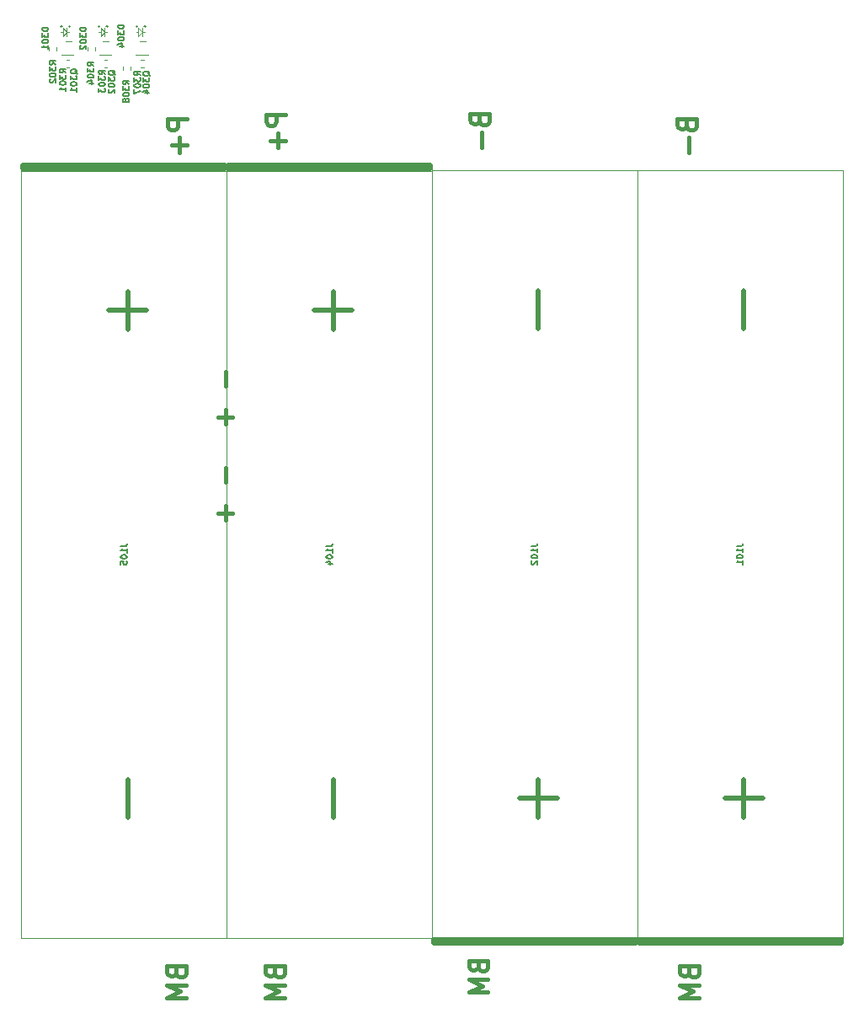
<source format=gbo>
%TF.GenerationSoftware,KiCad,Pcbnew,(6.0.4)*%
%TF.CreationDate,2022-04-12T12:42:18-04:00*%
%TF.ProjectId,batteryboard,62617474-6572-4796-926f-6172642e6b69,rev?*%
%TF.SameCoordinates,Original*%
%TF.FileFunction,Legend,Bot*%
%TF.FilePolarity,Positive*%
%FSLAX46Y46*%
G04 Gerber Fmt 4.6, Leading zero omitted, Abs format (unit mm)*
G04 Created by KiCad (PCBNEW (6.0.4)) date 2022-04-12 12:42:18*
%MOMM*%
%LPD*%
G01*
G04 APERTURE LIST*
%ADD10C,0.381000*%
%ADD11C,0.127000*%
%ADD12C,0.500000*%
%ADD13C,0.100000*%
%ADD14C,0.060000*%
%ADD15C,0.120000*%
G04 APERTURE END LIST*
D10*
X102924428Y-137477500D02*
X103015142Y-137749642D01*
X103105857Y-137840357D01*
X103287285Y-137931071D01*
X103559428Y-137931071D01*
X103740857Y-137840357D01*
X103831571Y-137749642D01*
X103922285Y-137568214D01*
X103922285Y-136842500D01*
X102017285Y-136842500D01*
X102017285Y-137477500D01*
X102108000Y-137658928D01*
X102198714Y-137749642D01*
X102380142Y-137840357D01*
X102561571Y-137840357D01*
X102743000Y-137749642D01*
X102833714Y-137658928D01*
X102924428Y-137477500D01*
X102924428Y-136842500D01*
X103922285Y-138747500D02*
X102017285Y-138747500D01*
X103378000Y-139382500D01*
X102017285Y-140017500D01*
X103922285Y-140017500D01*
X82477428Y-138049000D02*
X82568142Y-138321142D01*
X82658857Y-138411857D01*
X82840285Y-138502571D01*
X83112428Y-138502571D01*
X83293857Y-138411857D01*
X83384571Y-138321142D01*
X83475285Y-138139714D01*
X83475285Y-137414000D01*
X81570285Y-137414000D01*
X81570285Y-138049000D01*
X81661000Y-138230428D01*
X81751714Y-138321142D01*
X81933142Y-138411857D01*
X82114571Y-138411857D01*
X82296000Y-138321142D01*
X82386714Y-138230428D01*
X82477428Y-138049000D01*
X82477428Y-137414000D01*
X83475285Y-139319000D02*
X81570285Y-139319000D01*
X82931000Y-139954000D01*
X81570285Y-140589000D01*
X83475285Y-140589000D01*
X72571428Y-138049000D02*
X72662142Y-138321142D01*
X72752857Y-138411857D01*
X72934285Y-138502571D01*
X73206428Y-138502571D01*
X73387857Y-138411857D01*
X73478571Y-138321142D01*
X73569285Y-138139714D01*
X73569285Y-137414000D01*
X71664285Y-137414000D01*
X71664285Y-138049000D01*
X71755000Y-138230428D01*
X71845714Y-138321142D01*
X72027142Y-138411857D01*
X72208571Y-138411857D01*
X72390000Y-138321142D01*
X72480714Y-138230428D01*
X72571428Y-138049000D01*
X72571428Y-137414000D01*
X73569285Y-139319000D02*
X71664285Y-139319000D01*
X73025000Y-139954000D01*
X71664285Y-140589000D01*
X73569285Y-140589000D01*
X124133428Y-138049000D02*
X124224142Y-138321142D01*
X124314857Y-138411857D01*
X124496285Y-138502571D01*
X124768428Y-138502571D01*
X124949857Y-138411857D01*
X125040571Y-138321142D01*
X125131285Y-138139714D01*
X125131285Y-137414000D01*
X123226285Y-137414000D01*
X123226285Y-138049000D01*
X123317000Y-138230428D01*
X123407714Y-138321142D01*
X123589142Y-138411857D01*
X123770571Y-138411857D01*
X123952000Y-138321142D01*
X124042714Y-138230428D01*
X124133428Y-138049000D01*
X124133428Y-137414000D01*
X125131285Y-139319000D02*
X123226285Y-139319000D01*
X124587000Y-139954000D01*
X123226285Y-140589000D01*
X125131285Y-140589000D01*
X123879428Y-52931785D02*
X123970142Y-53203928D01*
X124060857Y-53294642D01*
X124242285Y-53385357D01*
X124514428Y-53385357D01*
X124695857Y-53294642D01*
X124786571Y-53203928D01*
X124877285Y-53022500D01*
X124877285Y-52296785D01*
X122972285Y-52296785D01*
X122972285Y-52931785D01*
X123063000Y-53113214D01*
X123153714Y-53203928D01*
X123335142Y-53294642D01*
X123516571Y-53294642D01*
X123698000Y-53203928D01*
X123788714Y-53113214D01*
X123879428Y-52931785D01*
X123879428Y-52296785D01*
X124151571Y-54201785D02*
X124151571Y-55653214D01*
X103051428Y-52423785D02*
X103142142Y-52695928D01*
X103232857Y-52786642D01*
X103414285Y-52877357D01*
X103686428Y-52877357D01*
X103867857Y-52786642D01*
X103958571Y-52695928D01*
X104049285Y-52514500D01*
X104049285Y-51788785D01*
X102144285Y-51788785D01*
X102144285Y-52423785D01*
X102235000Y-52605214D01*
X102325714Y-52695928D01*
X102507142Y-52786642D01*
X102688571Y-52786642D01*
X102870000Y-52695928D01*
X102960714Y-52605214D01*
X103051428Y-52423785D01*
X103051428Y-51788785D01*
X103323571Y-53693785D02*
X103323571Y-55145214D01*
X83538785Y-51852285D02*
X81633785Y-51852285D01*
X81633785Y-52578000D01*
X81724500Y-52759428D01*
X81815214Y-52850142D01*
X81996642Y-52940857D01*
X82268785Y-52940857D01*
X82450214Y-52850142D01*
X82540928Y-52759428D01*
X82631642Y-52578000D01*
X82631642Y-51852285D01*
X82813071Y-53757285D02*
X82813071Y-55208714D01*
X83538785Y-54483000D02*
X82087357Y-54483000D01*
X73632785Y-52296785D02*
X71727785Y-52296785D01*
X71727785Y-53022500D01*
X71818500Y-53203928D01*
X71909214Y-53294642D01*
X72090642Y-53385357D01*
X72362785Y-53385357D01*
X72544214Y-53294642D01*
X72634928Y-53203928D01*
X72725642Y-53022500D01*
X72725642Y-52296785D01*
X72907071Y-54201785D02*
X72907071Y-55653214D01*
X73632785Y-54927500D02*
X72181357Y-54927500D01*
X77542571Y-77696785D02*
X77542571Y-79148214D01*
X77542571Y-81506785D02*
X77542571Y-82958214D01*
X78268285Y-82232500D02*
X76816857Y-82232500D01*
X77542571Y-87348785D02*
X77542571Y-88800214D01*
X77542571Y-91158785D02*
X77542571Y-92610214D01*
X78268285Y-91884500D02*
X76816857Y-91884500D01*
D11*
X87650561Y-95233671D02*
X88104133Y-95233671D01*
X88194847Y-95203433D01*
X88255323Y-95142957D01*
X88285561Y-95052242D01*
X88285561Y-94991766D01*
X88285561Y-95868671D02*
X88285561Y-95505814D01*
X88285561Y-95687242D02*
X87650561Y-95687242D01*
X87741276Y-95626766D01*
X87801752Y-95566290D01*
X87831990Y-95505814D01*
X87650561Y-96261766D02*
X87650561Y-96322242D01*
X87680800Y-96382719D01*
X87711038Y-96412957D01*
X87771514Y-96443195D01*
X87892466Y-96473433D01*
X88043657Y-96473433D01*
X88164609Y-96443195D01*
X88225085Y-96412957D01*
X88255323Y-96382719D01*
X88285561Y-96322242D01*
X88285561Y-96261766D01*
X88255323Y-96201290D01*
X88225085Y-96171052D01*
X88164609Y-96140814D01*
X88043657Y-96110576D01*
X87892466Y-96110576D01*
X87771514Y-96140814D01*
X87711038Y-96171052D01*
X87680800Y-96201290D01*
X87650561Y-96261766D01*
X87862228Y-97017719D02*
X88285561Y-97017719D01*
X87620323Y-96866528D02*
X88073895Y-96715338D01*
X88073895Y-97108433D01*
D12*
X88355442Y-118670338D02*
X88355442Y-122479861D01*
X88355442Y-69620338D02*
X88355442Y-73429861D01*
X90260204Y-71525100D02*
X86450680Y-71525100D01*
D11*
X128925561Y-95208271D02*
X129379133Y-95208271D01*
X129469847Y-95178033D01*
X129530323Y-95117557D01*
X129560561Y-95026842D01*
X129560561Y-94966366D01*
X129560561Y-95843271D02*
X129560561Y-95480414D01*
X129560561Y-95661842D02*
X128925561Y-95661842D01*
X129016276Y-95601366D01*
X129076752Y-95540890D01*
X129106990Y-95480414D01*
X128925561Y-96236366D02*
X128925561Y-96296842D01*
X128955800Y-96357319D01*
X128986038Y-96387557D01*
X129046514Y-96417795D01*
X129167466Y-96448033D01*
X129318657Y-96448033D01*
X129439609Y-96417795D01*
X129500085Y-96387557D01*
X129530323Y-96357319D01*
X129560561Y-96296842D01*
X129560561Y-96236366D01*
X129530323Y-96175890D01*
X129500085Y-96145652D01*
X129439609Y-96115414D01*
X129318657Y-96085176D01*
X129167466Y-96085176D01*
X129046514Y-96115414D01*
X128986038Y-96145652D01*
X128955800Y-96175890D01*
X128925561Y-96236366D01*
X129560561Y-97052795D02*
X129560561Y-96689938D01*
X129560561Y-96871366D02*
X128925561Y-96871366D01*
X129016276Y-96810890D01*
X129076752Y-96750414D01*
X129106990Y-96689938D01*
D12*
X129630442Y-118644938D02*
X129630442Y-122454461D01*
X131535204Y-120549700D02*
X127725680Y-120549700D01*
X129630442Y-69594938D02*
X129630442Y-73404461D01*
D11*
X108275361Y-95208271D02*
X108728933Y-95208271D01*
X108819647Y-95178033D01*
X108880123Y-95117557D01*
X108910361Y-95026842D01*
X108910361Y-94966366D01*
X108910361Y-95843271D02*
X108910361Y-95480414D01*
X108910361Y-95661842D02*
X108275361Y-95661842D01*
X108366076Y-95601366D01*
X108426552Y-95540890D01*
X108456790Y-95480414D01*
X108275361Y-96236366D02*
X108275361Y-96296842D01*
X108305600Y-96357319D01*
X108335838Y-96387557D01*
X108396314Y-96417795D01*
X108517266Y-96448033D01*
X108668457Y-96448033D01*
X108789409Y-96417795D01*
X108849885Y-96387557D01*
X108880123Y-96357319D01*
X108910361Y-96296842D01*
X108910361Y-96236366D01*
X108880123Y-96175890D01*
X108849885Y-96145652D01*
X108789409Y-96115414D01*
X108668457Y-96085176D01*
X108517266Y-96085176D01*
X108396314Y-96115414D01*
X108335838Y-96145652D01*
X108305600Y-96175890D01*
X108275361Y-96236366D01*
X108335838Y-96689938D02*
X108305600Y-96720176D01*
X108275361Y-96780652D01*
X108275361Y-96931842D01*
X108305600Y-96992319D01*
X108335838Y-97022557D01*
X108396314Y-97052795D01*
X108456790Y-97052795D01*
X108547504Y-97022557D01*
X108910361Y-96659700D01*
X108910361Y-97052795D01*
D12*
X108980242Y-69594938D02*
X108980242Y-73404461D01*
X108980242Y-118644938D02*
X108980242Y-122454461D01*
X110885004Y-120549700D02*
X107075480Y-120549700D01*
D11*
X67000361Y-95233671D02*
X67453933Y-95233671D01*
X67544647Y-95203433D01*
X67605123Y-95142957D01*
X67635361Y-95052242D01*
X67635361Y-94991766D01*
X67635361Y-95868671D02*
X67635361Y-95505814D01*
X67635361Y-95687242D02*
X67000361Y-95687242D01*
X67091076Y-95626766D01*
X67151552Y-95566290D01*
X67181790Y-95505814D01*
X67000361Y-96261766D02*
X67000361Y-96322242D01*
X67030600Y-96382719D01*
X67060838Y-96412957D01*
X67121314Y-96443195D01*
X67242266Y-96473433D01*
X67393457Y-96473433D01*
X67514409Y-96443195D01*
X67574885Y-96412957D01*
X67605123Y-96382719D01*
X67635361Y-96322242D01*
X67635361Y-96261766D01*
X67605123Y-96201290D01*
X67574885Y-96171052D01*
X67514409Y-96140814D01*
X67393457Y-96110576D01*
X67242266Y-96110576D01*
X67121314Y-96140814D01*
X67060838Y-96171052D01*
X67030600Y-96201290D01*
X67000361Y-96261766D01*
X67000361Y-97047957D02*
X67000361Y-96745576D01*
X67302742Y-96715338D01*
X67272504Y-96745576D01*
X67242266Y-96806052D01*
X67242266Y-96957242D01*
X67272504Y-97017719D01*
X67302742Y-97047957D01*
X67363219Y-97078195D01*
X67514409Y-97078195D01*
X67574885Y-97047957D01*
X67605123Y-97017719D01*
X67635361Y-96957242D01*
X67635361Y-96806052D01*
X67605123Y-96745576D01*
X67574885Y-96715338D01*
D12*
X67705242Y-118670338D02*
X67705242Y-122479861D01*
X67705242Y-69620338D02*
X67705242Y-73429861D01*
X69610004Y-71525100D02*
X65800480Y-71525100D01*
D11*
X59723261Y-43122547D02*
X59088261Y-43122547D01*
X59088261Y-43273738D01*
X59118500Y-43364452D01*
X59178976Y-43424928D01*
X59239452Y-43455166D01*
X59360404Y-43485404D01*
X59451119Y-43485404D01*
X59572071Y-43455166D01*
X59632547Y-43424928D01*
X59693023Y-43364452D01*
X59723261Y-43273738D01*
X59723261Y-43122547D01*
X59088261Y-43697071D02*
X59088261Y-44090166D01*
X59330166Y-43878500D01*
X59330166Y-43969214D01*
X59360404Y-44029690D01*
X59390642Y-44059928D01*
X59451119Y-44090166D01*
X59602309Y-44090166D01*
X59662785Y-44059928D01*
X59693023Y-44029690D01*
X59723261Y-43969214D01*
X59723261Y-43787785D01*
X59693023Y-43727309D01*
X59662785Y-43697071D01*
X59088261Y-44483261D02*
X59088261Y-44543738D01*
X59118500Y-44604214D01*
X59148738Y-44634452D01*
X59209214Y-44664690D01*
X59330166Y-44694928D01*
X59481357Y-44694928D01*
X59602309Y-44664690D01*
X59662785Y-44634452D01*
X59693023Y-44604214D01*
X59723261Y-44543738D01*
X59723261Y-44483261D01*
X59693023Y-44422785D01*
X59662785Y-44392547D01*
X59602309Y-44362309D01*
X59481357Y-44332071D01*
X59330166Y-44332071D01*
X59209214Y-44362309D01*
X59148738Y-44392547D01*
X59118500Y-44422785D01*
X59088261Y-44483261D01*
X59723261Y-45299690D02*
X59723261Y-44936833D01*
X59723261Y-45118261D02*
X59088261Y-45118261D01*
X59178976Y-45057785D01*
X59239452Y-44997309D01*
X59269690Y-44936833D01*
X63533261Y-43122547D02*
X62898261Y-43122547D01*
X62898261Y-43273738D01*
X62928500Y-43364452D01*
X62988976Y-43424928D01*
X63049452Y-43455166D01*
X63170404Y-43485404D01*
X63261119Y-43485404D01*
X63382071Y-43455166D01*
X63442547Y-43424928D01*
X63503023Y-43364452D01*
X63533261Y-43273738D01*
X63533261Y-43122547D01*
X62898261Y-43697071D02*
X62898261Y-44090166D01*
X63140166Y-43878500D01*
X63140166Y-43969214D01*
X63170404Y-44029690D01*
X63200642Y-44059928D01*
X63261119Y-44090166D01*
X63412309Y-44090166D01*
X63472785Y-44059928D01*
X63503023Y-44029690D01*
X63533261Y-43969214D01*
X63533261Y-43787785D01*
X63503023Y-43727309D01*
X63472785Y-43697071D01*
X62898261Y-44483261D02*
X62898261Y-44543738D01*
X62928500Y-44604214D01*
X62958738Y-44634452D01*
X63019214Y-44664690D01*
X63140166Y-44694928D01*
X63291357Y-44694928D01*
X63412309Y-44664690D01*
X63472785Y-44634452D01*
X63503023Y-44604214D01*
X63533261Y-44543738D01*
X63533261Y-44483261D01*
X63503023Y-44422785D01*
X63472785Y-44392547D01*
X63412309Y-44362309D01*
X63291357Y-44332071D01*
X63140166Y-44332071D01*
X63019214Y-44362309D01*
X62958738Y-44392547D01*
X62928500Y-44422785D01*
X62898261Y-44483261D01*
X62958738Y-44936833D02*
X62928500Y-44967071D01*
X62898261Y-45027547D01*
X62898261Y-45178738D01*
X62928500Y-45239214D01*
X62958738Y-45269452D01*
X63019214Y-45299690D01*
X63079690Y-45299690D01*
X63170404Y-45269452D01*
X63533261Y-44906595D01*
X63533261Y-45299690D01*
X67343261Y-42868547D02*
X66708261Y-42868547D01*
X66708261Y-43019738D01*
X66738500Y-43110452D01*
X66798976Y-43170928D01*
X66859452Y-43201166D01*
X66980404Y-43231404D01*
X67071119Y-43231404D01*
X67192071Y-43201166D01*
X67252547Y-43170928D01*
X67313023Y-43110452D01*
X67343261Y-43019738D01*
X67343261Y-42868547D01*
X66708261Y-43443071D02*
X66708261Y-43836166D01*
X66950166Y-43624500D01*
X66950166Y-43715214D01*
X66980404Y-43775690D01*
X67010642Y-43805928D01*
X67071119Y-43836166D01*
X67222309Y-43836166D01*
X67282785Y-43805928D01*
X67313023Y-43775690D01*
X67343261Y-43715214D01*
X67343261Y-43533785D01*
X67313023Y-43473309D01*
X67282785Y-43443071D01*
X66708261Y-44229261D02*
X66708261Y-44289738D01*
X66738500Y-44350214D01*
X66768738Y-44380452D01*
X66829214Y-44410690D01*
X66950166Y-44440928D01*
X67101357Y-44440928D01*
X67222309Y-44410690D01*
X67282785Y-44380452D01*
X67313023Y-44350214D01*
X67343261Y-44289738D01*
X67343261Y-44229261D01*
X67313023Y-44168785D01*
X67282785Y-44138547D01*
X67222309Y-44108309D01*
X67101357Y-44078071D01*
X66950166Y-44078071D01*
X66829214Y-44108309D01*
X66768738Y-44138547D01*
X66738500Y-44168785D01*
X66708261Y-44229261D01*
X66919928Y-44985214D02*
X67343261Y-44985214D01*
X66678023Y-44834023D02*
X67131595Y-44682833D01*
X67131595Y-45075928D01*
X62641238Y-47785261D02*
X62611000Y-47724785D01*
X62550523Y-47664309D01*
X62459809Y-47573595D01*
X62429571Y-47513119D01*
X62429571Y-47452642D01*
X62580761Y-47482880D02*
X62550523Y-47422404D01*
X62490047Y-47361928D01*
X62369095Y-47331690D01*
X62157428Y-47331690D01*
X62036476Y-47361928D01*
X61976000Y-47422404D01*
X61945761Y-47482880D01*
X61945761Y-47603833D01*
X61976000Y-47664309D01*
X62036476Y-47724785D01*
X62157428Y-47755023D01*
X62369095Y-47755023D01*
X62490047Y-47724785D01*
X62550523Y-47664309D01*
X62580761Y-47603833D01*
X62580761Y-47482880D01*
X61945761Y-47966690D02*
X61945761Y-48359785D01*
X62187666Y-48148119D01*
X62187666Y-48238833D01*
X62217904Y-48299309D01*
X62248142Y-48329547D01*
X62308619Y-48359785D01*
X62459809Y-48359785D01*
X62520285Y-48329547D01*
X62550523Y-48299309D01*
X62580761Y-48238833D01*
X62580761Y-48057404D01*
X62550523Y-47996928D01*
X62520285Y-47966690D01*
X61945761Y-48752880D02*
X61945761Y-48813357D01*
X61976000Y-48873833D01*
X62006238Y-48904071D01*
X62066714Y-48934309D01*
X62187666Y-48964547D01*
X62338857Y-48964547D01*
X62459809Y-48934309D01*
X62520285Y-48904071D01*
X62550523Y-48873833D01*
X62580761Y-48813357D01*
X62580761Y-48752880D01*
X62550523Y-48692404D01*
X62520285Y-48662166D01*
X62459809Y-48631928D01*
X62338857Y-48601690D01*
X62187666Y-48601690D01*
X62066714Y-48631928D01*
X62006238Y-48662166D01*
X61976000Y-48692404D01*
X61945761Y-48752880D01*
X62580761Y-49569309D02*
X62580761Y-49206452D01*
X62580761Y-49387880D02*
X61945761Y-49387880D01*
X62036476Y-49327404D01*
X62096952Y-49266928D01*
X62127190Y-49206452D01*
X66451238Y-47912261D02*
X66421000Y-47851785D01*
X66360523Y-47791309D01*
X66269809Y-47700595D01*
X66239571Y-47640119D01*
X66239571Y-47579642D01*
X66390761Y-47609880D02*
X66360523Y-47549404D01*
X66300047Y-47488928D01*
X66179095Y-47458690D01*
X65967428Y-47458690D01*
X65846476Y-47488928D01*
X65786000Y-47549404D01*
X65755761Y-47609880D01*
X65755761Y-47730833D01*
X65786000Y-47791309D01*
X65846476Y-47851785D01*
X65967428Y-47882023D01*
X66179095Y-47882023D01*
X66300047Y-47851785D01*
X66360523Y-47791309D01*
X66390761Y-47730833D01*
X66390761Y-47609880D01*
X65755761Y-48093690D02*
X65755761Y-48486785D01*
X65997666Y-48275119D01*
X65997666Y-48365833D01*
X66027904Y-48426309D01*
X66058142Y-48456547D01*
X66118619Y-48486785D01*
X66269809Y-48486785D01*
X66330285Y-48456547D01*
X66360523Y-48426309D01*
X66390761Y-48365833D01*
X66390761Y-48184404D01*
X66360523Y-48123928D01*
X66330285Y-48093690D01*
X65755761Y-48879880D02*
X65755761Y-48940357D01*
X65786000Y-49000833D01*
X65816238Y-49031071D01*
X65876714Y-49061309D01*
X65997666Y-49091547D01*
X66148857Y-49091547D01*
X66269809Y-49061309D01*
X66330285Y-49031071D01*
X66360523Y-49000833D01*
X66390761Y-48940357D01*
X66390761Y-48879880D01*
X66360523Y-48819404D01*
X66330285Y-48789166D01*
X66269809Y-48758928D01*
X66148857Y-48728690D01*
X65997666Y-48728690D01*
X65876714Y-48758928D01*
X65816238Y-48789166D01*
X65786000Y-48819404D01*
X65755761Y-48879880D01*
X65816238Y-49333452D02*
X65786000Y-49363690D01*
X65755761Y-49424166D01*
X65755761Y-49575357D01*
X65786000Y-49635833D01*
X65816238Y-49666071D01*
X65876714Y-49696309D01*
X65937190Y-49696309D01*
X66027904Y-49666071D01*
X66390761Y-49303214D01*
X66390761Y-49696309D01*
X69943738Y-47975761D02*
X69913500Y-47915285D01*
X69853023Y-47854809D01*
X69762309Y-47764095D01*
X69732071Y-47703619D01*
X69732071Y-47643142D01*
X69883261Y-47673380D02*
X69853023Y-47612904D01*
X69792547Y-47552428D01*
X69671595Y-47522190D01*
X69459928Y-47522190D01*
X69338976Y-47552428D01*
X69278500Y-47612904D01*
X69248261Y-47673380D01*
X69248261Y-47794333D01*
X69278500Y-47854809D01*
X69338976Y-47915285D01*
X69459928Y-47945523D01*
X69671595Y-47945523D01*
X69792547Y-47915285D01*
X69853023Y-47854809D01*
X69883261Y-47794333D01*
X69883261Y-47673380D01*
X69248261Y-48157190D02*
X69248261Y-48550285D01*
X69490166Y-48338619D01*
X69490166Y-48429333D01*
X69520404Y-48489809D01*
X69550642Y-48520047D01*
X69611119Y-48550285D01*
X69762309Y-48550285D01*
X69822785Y-48520047D01*
X69853023Y-48489809D01*
X69883261Y-48429333D01*
X69883261Y-48247904D01*
X69853023Y-48187428D01*
X69822785Y-48157190D01*
X69248261Y-48943380D02*
X69248261Y-49003857D01*
X69278500Y-49064333D01*
X69308738Y-49094571D01*
X69369214Y-49124809D01*
X69490166Y-49155047D01*
X69641357Y-49155047D01*
X69762309Y-49124809D01*
X69822785Y-49094571D01*
X69853023Y-49064333D01*
X69883261Y-49003857D01*
X69883261Y-48943380D01*
X69853023Y-48882904D01*
X69822785Y-48852666D01*
X69762309Y-48822428D01*
X69641357Y-48792190D01*
X69490166Y-48792190D01*
X69369214Y-48822428D01*
X69308738Y-48852666D01*
X69278500Y-48882904D01*
X69248261Y-48943380D01*
X69459928Y-49699333D02*
X69883261Y-49699333D01*
X69218023Y-49548142D02*
X69671595Y-49396952D01*
X69671595Y-49790047D01*
X60485261Y-46850904D02*
X60182880Y-46639238D01*
X60485261Y-46488047D02*
X59850261Y-46488047D01*
X59850261Y-46729952D01*
X59880500Y-46790428D01*
X59910738Y-46820666D01*
X59971214Y-46850904D01*
X60061928Y-46850904D01*
X60122404Y-46820666D01*
X60152642Y-46790428D01*
X60182880Y-46729952D01*
X60182880Y-46488047D01*
X59850261Y-47062571D02*
X59850261Y-47455666D01*
X60092166Y-47244000D01*
X60092166Y-47334714D01*
X60122404Y-47395190D01*
X60152642Y-47425428D01*
X60213119Y-47455666D01*
X60364309Y-47455666D01*
X60424785Y-47425428D01*
X60455023Y-47395190D01*
X60485261Y-47334714D01*
X60485261Y-47153285D01*
X60455023Y-47092809D01*
X60424785Y-47062571D01*
X59850261Y-47848761D02*
X59850261Y-47909238D01*
X59880500Y-47969714D01*
X59910738Y-47999952D01*
X59971214Y-48030190D01*
X60092166Y-48060428D01*
X60243357Y-48060428D01*
X60364309Y-48030190D01*
X60424785Y-47999952D01*
X60455023Y-47969714D01*
X60485261Y-47909238D01*
X60485261Y-47848761D01*
X60455023Y-47788285D01*
X60424785Y-47758047D01*
X60364309Y-47727809D01*
X60243357Y-47697571D01*
X60092166Y-47697571D01*
X59971214Y-47727809D01*
X59910738Y-47758047D01*
X59880500Y-47788285D01*
X59850261Y-47848761D01*
X59910738Y-48302333D02*
X59880500Y-48332571D01*
X59850261Y-48393047D01*
X59850261Y-48544238D01*
X59880500Y-48604714D01*
X59910738Y-48634952D01*
X59971214Y-48665190D01*
X60031690Y-48665190D01*
X60122404Y-48634952D01*
X60485261Y-48272095D01*
X60485261Y-48665190D01*
X64295261Y-46977904D02*
X63992880Y-46766238D01*
X64295261Y-46615047D02*
X63660261Y-46615047D01*
X63660261Y-46856952D01*
X63690500Y-46917428D01*
X63720738Y-46947666D01*
X63781214Y-46977904D01*
X63871928Y-46977904D01*
X63932404Y-46947666D01*
X63962642Y-46917428D01*
X63992880Y-46856952D01*
X63992880Y-46615047D01*
X63660261Y-47189571D02*
X63660261Y-47582666D01*
X63902166Y-47371000D01*
X63902166Y-47461714D01*
X63932404Y-47522190D01*
X63962642Y-47552428D01*
X64023119Y-47582666D01*
X64174309Y-47582666D01*
X64234785Y-47552428D01*
X64265023Y-47522190D01*
X64295261Y-47461714D01*
X64295261Y-47280285D01*
X64265023Y-47219809D01*
X64234785Y-47189571D01*
X63660261Y-47975761D02*
X63660261Y-48036238D01*
X63690500Y-48096714D01*
X63720738Y-48126952D01*
X63781214Y-48157190D01*
X63902166Y-48187428D01*
X64053357Y-48187428D01*
X64174309Y-48157190D01*
X64234785Y-48126952D01*
X64265023Y-48096714D01*
X64295261Y-48036238D01*
X64295261Y-47975761D01*
X64265023Y-47915285D01*
X64234785Y-47885047D01*
X64174309Y-47854809D01*
X64053357Y-47824571D01*
X63902166Y-47824571D01*
X63781214Y-47854809D01*
X63720738Y-47885047D01*
X63690500Y-47915285D01*
X63660261Y-47975761D01*
X63871928Y-48731714D02*
X64295261Y-48731714D01*
X63630023Y-48580523D02*
X64083595Y-48429333D01*
X64083595Y-48822428D01*
X67851261Y-48819404D02*
X67548880Y-48607738D01*
X67851261Y-48456547D02*
X67216261Y-48456547D01*
X67216261Y-48698452D01*
X67246500Y-48758928D01*
X67276738Y-48789166D01*
X67337214Y-48819404D01*
X67427928Y-48819404D01*
X67488404Y-48789166D01*
X67518642Y-48758928D01*
X67548880Y-48698452D01*
X67548880Y-48456547D01*
X67216261Y-49031071D02*
X67216261Y-49424166D01*
X67458166Y-49212500D01*
X67458166Y-49303214D01*
X67488404Y-49363690D01*
X67518642Y-49393928D01*
X67579119Y-49424166D01*
X67730309Y-49424166D01*
X67790785Y-49393928D01*
X67821023Y-49363690D01*
X67851261Y-49303214D01*
X67851261Y-49121785D01*
X67821023Y-49061309D01*
X67790785Y-49031071D01*
X67216261Y-49817261D02*
X67216261Y-49877738D01*
X67246500Y-49938214D01*
X67276738Y-49968452D01*
X67337214Y-49998690D01*
X67458166Y-50028928D01*
X67609357Y-50028928D01*
X67730309Y-49998690D01*
X67790785Y-49968452D01*
X67821023Y-49938214D01*
X67851261Y-49877738D01*
X67851261Y-49817261D01*
X67821023Y-49756785D01*
X67790785Y-49726547D01*
X67730309Y-49696309D01*
X67609357Y-49666071D01*
X67458166Y-49666071D01*
X67337214Y-49696309D01*
X67276738Y-49726547D01*
X67246500Y-49756785D01*
X67216261Y-49817261D01*
X67488404Y-50391785D02*
X67458166Y-50331309D01*
X67427928Y-50301071D01*
X67367452Y-50270833D01*
X67337214Y-50270833D01*
X67276738Y-50301071D01*
X67246500Y-50331309D01*
X67216261Y-50391785D01*
X67216261Y-50512738D01*
X67246500Y-50573214D01*
X67276738Y-50603452D01*
X67337214Y-50633690D01*
X67367452Y-50633690D01*
X67427928Y-50603452D01*
X67458166Y-50573214D01*
X67488404Y-50512738D01*
X67488404Y-50391785D01*
X67518642Y-50331309D01*
X67548880Y-50301071D01*
X67609357Y-50270833D01*
X67730309Y-50270833D01*
X67790785Y-50301071D01*
X67821023Y-50331309D01*
X67851261Y-50391785D01*
X67851261Y-50512738D01*
X67821023Y-50573214D01*
X67790785Y-50603452D01*
X67730309Y-50633690D01*
X67609357Y-50633690D01*
X67548880Y-50603452D01*
X67518642Y-50573214D01*
X67488404Y-50512738D01*
X61501261Y-47676404D02*
X61198880Y-47464738D01*
X61501261Y-47313547D02*
X60866261Y-47313547D01*
X60866261Y-47555452D01*
X60896500Y-47615928D01*
X60926738Y-47646166D01*
X60987214Y-47676404D01*
X61077928Y-47676404D01*
X61138404Y-47646166D01*
X61168642Y-47615928D01*
X61198880Y-47555452D01*
X61198880Y-47313547D01*
X60866261Y-47888071D02*
X60866261Y-48281166D01*
X61108166Y-48069500D01*
X61108166Y-48160214D01*
X61138404Y-48220690D01*
X61168642Y-48250928D01*
X61229119Y-48281166D01*
X61380309Y-48281166D01*
X61440785Y-48250928D01*
X61471023Y-48220690D01*
X61501261Y-48160214D01*
X61501261Y-47978785D01*
X61471023Y-47918309D01*
X61440785Y-47888071D01*
X60866261Y-48674261D02*
X60866261Y-48734738D01*
X60896500Y-48795214D01*
X60926738Y-48825452D01*
X60987214Y-48855690D01*
X61108166Y-48885928D01*
X61259357Y-48885928D01*
X61380309Y-48855690D01*
X61440785Y-48825452D01*
X61471023Y-48795214D01*
X61501261Y-48734738D01*
X61501261Y-48674261D01*
X61471023Y-48613785D01*
X61440785Y-48583547D01*
X61380309Y-48553309D01*
X61259357Y-48523071D01*
X61108166Y-48523071D01*
X60987214Y-48553309D01*
X60926738Y-48583547D01*
X60896500Y-48613785D01*
X60866261Y-48674261D01*
X61501261Y-49490690D02*
X61501261Y-49127833D01*
X61501261Y-49309261D02*
X60866261Y-49309261D01*
X60956976Y-49248785D01*
X61017452Y-49188309D01*
X61047690Y-49127833D01*
X65438261Y-47803404D02*
X65135880Y-47591738D01*
X65438261Y-47440547D02*
X64803261Y-47440547D01*
X64803261Y-47682452D01*
X64833500Y-47742928D01*
X64863738Y-47773166D01*
X64924214Y-47803404D01*
X65014928Y-47803404D01*
X65075404Y-47773166D01*
X65105642Y-47742928D01*
X65135880Y-47682452D01*
X65135880Y-47440547D01*
X64803261Y-48015071D02*
X64803261Y-48408166D01*
X65045166Y-48196500D01*
X65045166Y-48287214D01*
X65075404Y-48347690D01*
X65105642Y-48377928D01*
X65166119Y-48408166D01*
X65317309Y-48408166D01*
X65377785Y-48377928D01*
X65408023Y-48347690D01*
X65438261Y-48287214D01*
X65438261Y-48105785D01*
X65408023Y-48045309D01*
X65377785Y-48015071D01*
X64803261Y-48801261D02*
X64803261Y-48861738D01*
X64833500Y-48922214D01*
X64863738Y-48952452D01*
X64924214Y-48982690D01*
X65045166Y-49012928D01*
X65196357Y-49012928D01*
X65317309Y-48982690D01*
X65377785Y-48952452D01*
X65408023Y-48922214D01*
X65438261Y-48861738D01*
X65438261Y-48801261D01*
X65408023Y-48740785D01*
X65377785Y-48710547D01*
X65317309Y-48680309D01*
X65196357Y-48650071D01*
X65045166Y-48650071D01*
X64924214Y-48680309D01*
X64863738Y-48710547D01*
X64833500Y-48740785D01*
X64803261Y-48801261D01*
X64803261Y-49224595D02*
X64803261Y-49617690D01*
X65045166Y-49406023D01*
X65045166Y-49496738D01*
X65075404Y-49557214D01*
X65105642Y-49587452D01*
X65166119Y-49617690D01*
X65317309Y-49617690D01*
X65377785Y-49587452D01*
X65408023Y-49557214D01*
X65438261Y-49496738D01*
X65438261Y-49315309D01*
X65408023Y-49254833D01*
X65377785Y-49224595D01*
X68994261Y-47930404D02*
X68691880Y-47718738D01*
X68994261Y-47567547D02*
X68359261Y-47567547D01*
X68359261Y-47809452D01*
X68389500Y-47869928D01*
X68419738Y-47900166D01*
X68480214Y-47930404D01*
X68570928Y-47930404D01*
X68631404Y-47900166D01*
X68661642Y-47869928D01*
X68691880Y-47809452D01*
X68691880Y-47567547D01*
X68359261Y-48142071D02*
X68359261Y-48535166D01*
X68601166Y-48323500D01*
X68601166Y-48414214D01*
X68631404Y-48474690D01*
X68661642Y-48504928D01*
X68722119Y-48535166D01*
X68873309Y-48535166D01*
X68933785Y-48504928D01*
X68964023Y-48474690D01*
X68994261Y-48414214D01*
X68994261Y-48232785D01*
X68964023Y-48172309D01*
X68933785Y-48142071D01*
X68359261Y-48928261D02*
X68359261Y-48988738D01*
X68389500Y-49049214D01*
X68419738Y-49079452D01*
X68480214Y-49109690D01*
X68601166Y-49139928D01*
X68752357Y-49139928D01*
X68873309Y-49109690D01*
X68933785Y-49079452D01*
X68964023Y-49049214D01*
X68994261Y-48988738D01*
X68994261Y-48928261D01*
X68964023Y-48867785D01*
X68933785Y-48837547D01*
X68873309Y-48807309D01*
X68752357Y-48777071D01*
X68601166Y-48777071D01*
X68480214Y-48807309D01*
X68419738Y-48837547D01*
X68389500Y-48867785D01*
X68359261Y-48928261D01*
X68359261Y-49351595D02*
X68359261Y-49774928D01*
X68994261Y-49502785D01*
D12*
X98158300Y-57188100D02*
X77838300Y-57188100D01*
X98158300Y-57315100D02*
X77838300Y-57315100D01*
X98158300Y-57315100D02*
X98158300Y-56934100D01*
D13*
X98323300Y-57525100D02*
X77673300Y-57525100D01*
D12*
X98158300Y-56934100D02*
X77838300Y-56934100D01*
D13*
X77673300Y-57315100D02*
X77673300Y-134575100D01*
X77673300Y-134575100D02*
X98323300Y-134575100D01*
X98323300Y-134575100D02*
X98323300Y-56934100D01*
D12*
X98158300Y-57061100D02*
X77838300Y-57061100D01*
X77838300Y-57315100D02*
X77838300Y-56934100D01*
D13*
X118948300Y-57499700D02*
X118948300Y-135140700D01*
D12*
X139433300Y-134759700D02*
X139433300Y-135140700D01*
X119113300Y-134759700D02*
X119113300Y-135140700D01*
X119113300Y-134886700D02*
X139433300Y-134886700D01*
X119113300Y-135140700D02*
X139433300Y-135140700D01*
D13*
X139598300Y-134759700D02*
X139598300Y-57499700D01*
X139598300Y-57499700D02*
X118948300Y-57499700D01*
D12*
X119113300Y-135013700D02*
X139433300Y-135013700D01*
D13*
X118948300Y-134549700D02*
X139598300Y-134549700D01*
D12*
X119113300Y-134759700D02*
X139433300Y-134759700D01*
X98463100Y-134886700D02*
X118783100Y-134886700D01*
D13*
X118948100Y-134759700D02*
X118948100Y-57499700D01*
X98298100Y-57499700D02*
X98298100Y-135140700D01*
D12*
X118783100Y-134759700D02*
X118783100Y-135140700D01*
D13*
X118948100Y-57499700D02*
X98298100Y-57499700D01*
D12*
X98463100Y-135140700D02*
X118783100Y-135140700D01*
X98463100Y-134759700D02*
X118783100Y-134759700D01*
X98463100Y-135013700D02*
X118783100Y-135013700D01*
X98463100Y-134759700D02*
X98463100Y-135140700D01*
D13*
X98298100Y-134549700D02*
X118948100Y-134549700D01*
D12*
X77508100Y-57315100D02*
X57188100Y-57315100D01*
D13*
X57023100Y-57315100D02*
X57023100Y-134575100D01*
D12*
X77508100Y-57061100D02*
X57188100Y-57061100D01*
D13*
X57023100Y-134575100D02*
X77673100Y-134575100D01*
D12*
X57188100Y-57315100D02*
X57188100Y-56934100D01*
X77508100Y-57315100D02*
X77508100Y-56934100D01*
D13*
X77673100Y-57525100D02*
X57023100Y-57525100D01*
D12*
X77508100Y-57188100D02*
X57188100Y-57188100D01*
D13*
X77673100Y-134575100D02*
X77673100Y-56934100D01*
D12*
X77508100Y-56934100D02*
X57188100Y-56934100D01*
D14*
X60892181Y-42991480D02*
X60992181Y-42891480D01*
X61692181Y-42991480D02*
X61792181Y-42891480D01*
D15*
X61192181Y-43591480D02*
X60992181Y-43591480D01*
D14*
X61792181Y-43091480D02*
X61792181Y-42891480D01*
X61792181Y-42891480D02*
X61892181Y-42991480D01*
D15*
X61592181Y-43191480D02*
X61592181Y-43991480D01*
X61192181Y-43191480D02*
X61192181Y-43991480D01*
X61592181Y-43591480D02*
X61192181Y-43191480D01*
D14*
X60992181Y-43091480D02*
X60992181Y-42891480D01*
X60992181Y-42891480D02*
X61092181Y-42991480D01*
D15*
X61192181Y-43991480D02*
X61592181Y-43591480D01*
X61592181Y-43591480D02*
X61792181Y-43591480D01*
X64992173Y-43991480D02*
X65392173Y-43591480D01*
D14*
X64792173Y-43091480D02*
X64792173Y-42891480D01*
X64792173Y-42891480D02*
X64892173Y-42991480D01*
X64692173Y-42991480D02*
X64792173Y-42891480D01*
X65592173Y-43091480D02*
X65592173Y-42891480D01*
X65492173Y-42991480D02*
X65592173Y-42891480D01*
D15*
X65392173Y-43591480D02*
X64992173Y-43191480D01*
X65392173Y-43191480D02*
X65392173Y-43991480D01*
X64992173Y-43591480D02*
X64792173Y-43591480D01*
D14*
X65592173Y-42891480D02*
X65692173Y-42991480D01*
D15*
X65392173Y-43591480D02*
X65592173Y-43591480D01*
X64992173Y-43191480D02*
X64992173Y-43991480D01*
X69192191Y-43591480D02*
X68792191Y-43191480D01*
X68792191Y-43591480D02*
X68592191Y-43591480D01*
D14*
X68492191Y-42991480D02*
X68592191Y-42891480D01*
D15*
X68792191Y-43991480D02*
X69192191Y-43591480D01*
X68792191Y-43191480D02*
X68792191Y-43991480D01*
X69192191Y-43591480D02*
X69392191Y-43591480D01*
D14*
X69292191Y-42991480D02*
X69392191Y-42891480D01*
X69392191Y-43091480D02*
X69392191Y-42891480D01*
X68592191Y-43091480D02*
X68592191Y-42891480D01*
X68592191Y-42891480D02*
X68692191Y-42991480D01*
X69392191Y-42891480D02*
X69492191Y-42991480D01*
D15*
X69192191Y-43191480D02*
X69192191Y-43991480D01*
X62247400Y-45886600D02*
X61047400Y-45886600D01*
X61047400Y-45886600D02*
X61047400Y-45886600D01*
X62047400Y-44486600D02*
X61447400Y-44486600D01*
X64832000Y-45886600D02*
X64832000Y-45886600D01*
X66032000Y-45886600D02*
X64832000Y-45886600D01*
X65832000Y-44486600D02*
X65232000Y-44486600D01*
X69540400Y-44486600D02*
X68940400Y-44486600D01*
X68540400Y-45886600D02*
X68540400Y-45886600D01*
X69740400Y-45886600D02*
X68540400Y-45886600D01*
X60578000Y-45441841D02*
X60578000Y-45134559D01*
X59818000Y-45441841D02*
X59818000Y-45134559D01*
X63653400Y-45441841D02*
X63653400Y-45134559D01*
X64413400Y-45441841D02*
X64413400Y-45134559D01*
X67234800Y-47397641D02*
X67234800Y-47090359D01*
X67994800Y-47397641D02*
X67994800Y-47090359D01*
X61517559Y-46356000D02*
X61824841Y-46356000D01*
X61517559Y-47116000D02*
X61824841Y-47116000D01*
X65327559Y-46356000D02*
X65634841Y-46356000D01*
X65327559Y-47116000D02*
X65634841Y-47116000D01*
X69010559Y-46356000D02*
X69317841Y-46356000D01*
X69010559Y-47116000D02*
X69317841Y-47116000D01*
M02*

</source>
